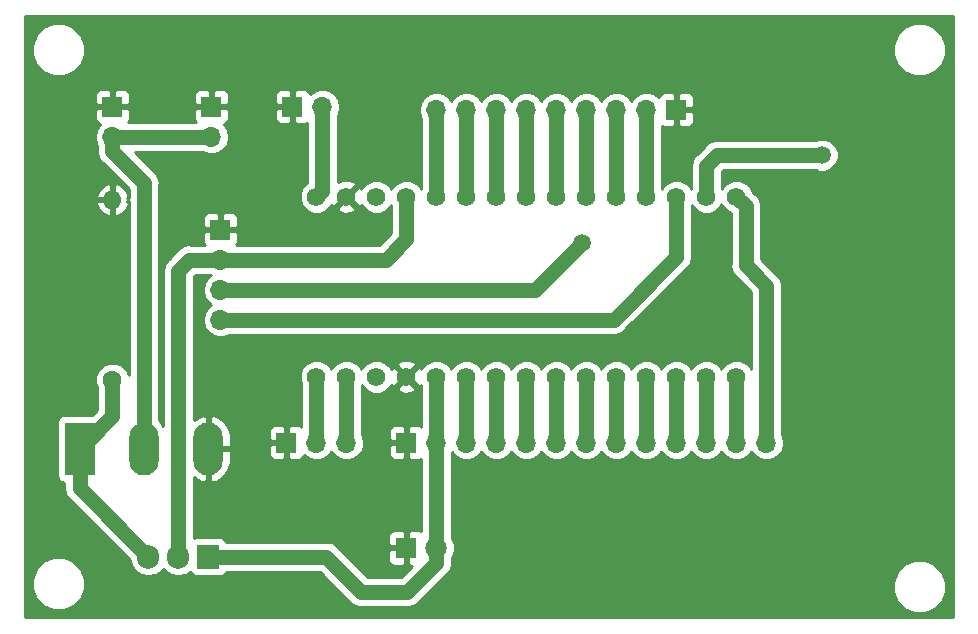
<source format=gbr>
G04 #@! TF.GenerationSoftware,KiCad,Pcbnew,5.0.0-fee4fd1~66~ubuntu18.04.1*
G04 #@! TF.CreationDate,2018-09-19T00:34:01+01:00*
G04 #@! TF.ProjectId,ArduBoard,41726475426F6172642E6B696361645F,rev?*
G04 #@! TF.SameCoordinates,Original*
G04 #@! TF.FileFunction,Copper,L2,Bot,Signal*
G04 #@! TF.FilePolarity,Positive*
%FSLAX46Y46*%
G04 Gerber Fmt 4.6, Leading zero omitted, Abs format (unit mm)*
G04 Created by KiCad (PCBNEW 5.0.0-fee4fd1~66~ubuntu18.04.1) date Wed Sep 19 00:34:01 2018*
%MOMM*%
%LPD*%
G01*
G04 APERTURE LIST*
G04 #@! TA.AperFunction,ComponentPad*
%ADD10C,1.574800*%
G04 #@! TD*
G04 #@! TA.AperFunction,ComponentPad*
%ADD11R,1.800000X1.800000*%
G04 #@! TD*
G04 #@! TA.AperFunction,ComponentPad*
%ADD12C,1.800000*%
G04 #@! TD*
G04 #@! TA.AperFunction,ComponentPad*
%ADD13R,1.700000X1.700000*%
G04 #@! TD*
G04 #@! TA.AperFunction,ComponentPad*
%ADD14O,1.700000X1.700000*%
G04 #@! TD*
G04 #@! TA.AperFunction,ComponentPad*
%ADD15R,1.905000X2.000000*%
G04 #@! TD*
G04 #@! TA.AperFunction,ComponentPad*
%ADD16O,1.905000X2.000000*%
G04 #@! TD*
G04 #@! TA.AperFunction,ComponentPad*
%ADD17R,2.500000X4.500000*%
G04 #@! TD*
G04 #@! TA.AperFunction,ComponentPad*
%ADD18O,2.500000X4.500000*%
G04 #@! TD*
G04 #@! TA.AperFunction,ComponentPad*
%ADD19C,1.600000*%
G04 #@! TD*
G04 #@! TA.AperFunction,ComponentPad*
%ADD20O,1.600000X1.600000*%
G04 #@! TD*
G04 #@! TA.AperFunction,ViaPad*
%ADD21C,1.500000*%
G04 #@! TD*
G04 #@! TA.AperFunction,Conductor*
%ADD22C,1.300000*%
G04 #@! TD*
G04 #@! TA.AperFunction,Conductor*
%ADD23C,0.254000*%
G04 #@! TD*
G04 APERTURE END LIST*
D10*
G04 #@! TO.P,A1,30*
G04 #@! TO.N,Net-(A1-Pad30)*
X129032000Y-84582000D03*
G04 #@! TO.P,A1,1*
G04 #@! TO.N,D1*
X129032000Y-99822000D03*
G04 #@! TO.P,A1,29*
G04 #@! TO.N,GND*
X131572000Y-84582000D03*
G04 #@! TO.P,A1,2*
G04 #@! TO.N,D0*
X131572000Y-99822000D03*
G04 #@! TO.P,A1,28*
G04 #@! TO.N,N/C*
X134112000Y-84582000D03*
G04 #@! TO.P,A1,3*
X134112000Y-99822000D03*
G04 #@! TO.P,A1,27*
G04 #@! TO.N,5V*
X136652000Y-84582000D03*
G04 #@! TO.P,A1,4*
G04 #@! TO.N,GND*
X136652000Y-99822000D03*
G04 #@! TO.P,A1,26*
G04 #@! TO.N,AD7*
X139192000Y-84582000D03*
G04 #@! TO.P,A1,5*
G04 #@! TO.N,D2*
X139192000Y-99822000D03*
G04 #@! TO.P,A1,25*
G04 #@! TO.N,AD6*
X141732000Y-84582000D03*
G04 #@! TO.P,A1,6*
G04 #@! TO.N,D3*
X141732000Y-99822000D03*
G04 #@! TO.P,A1,24*
G04 #@! TO.N,AD5*
X144272000Y-84582000D03*
G04 #@! TO.P,A1,7*
G04 #@! TO.N,D4*
X144272000Y-99822000D03*
G04 #@! TO.P,A1,23*
G04 #@! TO.N,AD4*
X146812000Y-84582000D03*
G04 #@! TO.P,A1,8*
G04 #@! TO.N,D5*
X146812000Y-99822000D03*
G04 #@! TO.P,A1,22*
G04 #@! TO.N,AD3*
X149352000Y-84582000D03*
G04 #@! TO.P,A1,9*
G04 #@! TO.N,D6*
X149352000Y-99822000D03*
G04 #@! TO.P,A1,21*
G04 #@! TO.N,AD2*
X151892000Y-84582000D03*
G04 #@! TO.P,A1,10*
G04 #@! TO.N,D7*
X151892000Y-99822000D03*
G04 #@! TO.P,A1,20*
G04 #@! TO.N,AD1*
X154432000Y-84582000D03*
G04 #@! TO.P,A1,11*
G04 #@! TO.N,D8*
X154432000Y-99822000D03*
G04 #@! TO.P,A1,19*
G04 #@! TO.N,AD0*
X156972000Y-84582000D03*
G04 #@! TO.P,A1,12*
G04 #@! TO.N,D9*
X156972000Y-99822000D03*
G04 #@! TO.P,A1,18*
G04 #@! TO.N,Net-(A1-Pad18)*
X159512000Y-84582000D03*
G04 #@! TO.P,A1,13*
G04 #@! TO.N,D10*
X159512000Y-99822000D03*
G04 #@! TO.P,A1,17*
G04 #@! TO.N,Net-(A1-Pad17)*
X162052000Y-84582000D03*
G04 #@! TO.P,A1,14*
G04 #@! TO.N,D11*
X162052000Y-99822000D03*
G04 #@! TO.P,A1,16*
G04 #@! TO.N,D13*
X164592000Y-84582000D03*
G04 #@! TO.P,A1,15*
G04 #@! TO.N,D12*
X164592000Y-99822000D03*
G04 #@! TD*
D11*
G04 #@! TO.P,D1,1*
G04 #@! TO.N,GND*
X136652000Y-114300000D03*
D12*
G04 #@! TO.P,D1,2*
G04 #@! TO.N,D2*
X139192000Y-114300000D03*
G04 #@! TD*
D13*
G04 #@! TO.P,J3,1*
G04 #@! TO.N,GND*
X127000000Y-76962000D03*
D14*
G04 #@! TO.P,J3,2*
G04 #@! TO.N,Net-(A1-Pad30)*
X129540000Y-76962000D03*
G04 #@! TD*
D13*
G04 #@! TO.P,J6,1*
G04 #@! TO.N,GND*
X111760000Y-76962000D03*
D14*
G04 #@! TO.P,J6,2*
G04 #@! TO.N,36V*
X111760000Y-79502000D03*
G04 #@! TD*
G04 #@! TO.P,J7,2*
G04 #@! TO.N,36V*
X120142000Y-79502000D03*
D13*
G04 #@! TO.P,J7,1*
G04 #@! TO.N,GND*
X120142000Y-76962000D03*
G04 #@! TD*
D15*
G04 #@! TO.P,Q1,1*
G04 #@! TO.N,D2*
X119888000Y-115062000D03*
D16*
G04 #@! TO.P,Q1,2*
G04 #@! TO.N,5V*
X117348000Y-115062000D03*
G04 #@! TO.P,Q1,3*
G04 #@! TO.N,CONTROL*
X114808000Y-115062000D03*
G04 #@! TD*
D17*
G04 #@! TO.P,Q2,1*
G04 #@! TO.N,CONTROL*
X108988000Y-105918000D03*
D18*
G04 #@! TO.P,Q2,2*
G04 #@! TO.N,36V*
X114438000Y-105918000D03*
G04 #@! TO.P,Q2,3*
G04 #@! TO.N,GND*
X119888000Y-105918000D03*
G04 #@! TD*
D19*
G04 #@! TO.P,R1,1*
G04 #@! TO.N,CONTROL*
X111760000Y-100076000D03*
D20*
G04 #@! TO.P,R1,2*
G04 #@! TO.N,GND*
X111760000Y-84836000D03*
G04 #@! TD*
D13*
G04 #@! TO.P,J1,1*
G04 #@! TO.N,GND*
X120904000Y-87376000D03*
D14*
G04 #@! TO.P,J1,2*
G04 #@! TO.N,5V*
X120904000Y-89916000D03*
G04 #@! TO.P,J1,3*
G04 #@! TO.N,Net-(A1-Pad17)*
X120904000Y-92456000D03*
G04 #@! TO.P,J1,4*
G04 #@! TO.N,Net-(A1-Pad18)*
X120904000Y-94996000D03*
G04 #@! TD*
D13*
G04 #@! TO.P,J2,1*
G04 #@! TO.N,GND*
X136652000Y-105410000D03*
D14*
G04 #@! TO.P,J2,2*
G04 #@! TO.N,D2*
X139192000Y-105410000D03*
G04 #@! TO.P,J2,3*
G04 #@! TO.N,D3*
X141732000Y-105410000D03*
G04 #@! TO.P,J2,4*
G04 #@! TO.N,D4*
X144272000Y-105410000D03*
G04 #@! TO.P,J2,5*
G04 #@! TO.N,D5*
X146812000Y-105410000D03*
G04 #@! TO.P,J2,6*
G04 #@! TO.N,D6*
X149352000Y-105410000D03*
G04 #@! TO.P,J2,7*
G04 #@! TO.N,D7*
X151892000Y-105410000D03*
G04 #@! TO.P,J2,8*
G04 #@! TO.N,D8*
X154432000Y-105410000D03*
G04 #@! TO.P,J2,9*
G04 #@! TO.N,D9*
X156972000Y-105410000D03*
G04 #@! TO.P,J2,10*
G04 #@! TO.N,D10*
X159512000Y-105410000D03*
G04 #@! TO.P,J2,11*
G04 #@! TO.N,D11*
X162052000Y-105410000D03*
G04 #@! TO.P,J2,12*
G04 #@! TO.N,D12*
X164592000Y-105410000D03*
G04 #@! TO.P,J2,13*
G04 #@! TO.N,D13*
X167132000Y-105410000D03*
G04 #@! TD*
D13*
G04 #@! TO.P,J4,1*
G04 #@! TO.N,GND*
X159512000Y-77216000D03*
D14*
G04 #@! TO.P,J4,2*
G04 #@! TO.N,AD0*
X156972000Y-77216000D03*
G04 #@! TO.P,J4,3*
G04 #@! TO.N,AD1*
X154432000Y-77216000D03*
G04 #@! TO.P,J4,4*
G04 #@! TO.N,AD2*
X151892000Y-77216000D03*
G04 #@! TO.P,J4,5*
G04 #@! TO.N,AD3*
X149352000Y-77216000D03*
G04 #@! TO.P,J4,6*
G04 #@! TO.N,AD4*
X146812000Y-77216000D03*
G04 #@! TO.P,J4,7*
G04 #@! TO.N,AD5*
X144272000Y-77216000D03*
G04 #@! TO.P,J4,8*
G04 #@! TO.N,AD6*
X141732000Y-77216000D03*
G04 #@! TO.P,J4,9*
G04 #@! TO.N,AD7*
X139192000Y-77216000D03*
G04 #@! TD*
D13*
G04 #@! TO.P,J5,1*
G04 #@! TO.N,GND*
X126492000Y-105410000D03*
D14*
G04 #@! TO.P,J5,2*
G04 #@! TO.N,D1*
X129032000Y-105410000D03*
G04 #@! TO.P,J5,3*
G04 #@! TO.N,D0*
X131572000Y-105410000D03*
G04 #@! TD*
D21*
G04 #@! TO.N,Net-(A1-Pad17)*
X151523700Y-88455500D03*
X171856400Y-81064100D03*
G04 #@! TD*
D22*
G04 #@! TO.N,Net-(A1-Pad17)*
X120904000Y-92456000D02*
X147523200Y-92456000D01*
X147523200Y-92456000D02*
X151523700Y-88455500D01*
X171856400Y-81064100D02*
X162966400Y-81064100D01*
X162052000Y-81978500D02*
X162052000Y-84582000D01*
X162966400Y-81064100D02*
X162052000Y-81978500D01*
G04 #@! TO.N,Net-(A1-Pad18)*
X120904000Y-94996000D02*
X154190700Y-94996000D01*
X159512000Y-89674700D02*
X159512000Y-84582000D01*
X154190700Y-94996000D02*
X159512000Y-89674700D01*
G04 #@! TO.N,D1*
X129032000Y-99822000D02*
X129032000Y-105410000D01*
G04 #@! TO.N,D0*
X131572000Y-105410000D02*
X131572000Y-99822000D01*
G04 #@! TO.N,D2*
X119888000Y-115062000D02*
X129844800Y-115062000D01*
X129844800Y-115062000D02*
X132829300Y-118046500D01*
X139192000Y-115572792D02*
X139192000Y-114300000D01*
X136718292Y-118046500D02*
X139192000Y-115572792D01*
X132829300Y-118046500D02*
X136718292Y-118046500D01*
X139192000Y-105410000D02*
X139192000Y-114300000D01*
X139192000Y-99822000D02*
X139192000Y-105410000D01*
G04 #@! TO.N,D3*
X141732000Y-105410000D02*
X141732000Y-99822000D01*
G04 #@! TO.N,D4*
X144272000Y-99822000D02*
X144272000Y-105410000D01*
G04 #@! TO.N,D5*
X146812000Y-105410000D02*
X146812000Y-99822000D01*
G04 #@! TO.N,D6*
X149352000Y-105410000D02*
X149352000Y-99822000D01*
G04 #@! TO.N,D7*
X151892000Y-99822000D02*
X151892000Y-105410000D01*
G04 #@! TO.N,D8*
X154432000Y-105410000D02*
X154432000Y-99822000D01*
G04 #@! TO.N,D9*
X156972000Y-99822000D02*
X156972000Y-105410000D01*
G04 #@! TO.N,D10*
X159512000Y-105410000D02*
X159512000Y-99822000D01*
G04 #@! TO.N,D11*
X162052000Y-105410000D02*
X162052000Y-99822000D01*
G04 #@! TO.N,D12*
X164592000Y-99822000D02*
X164592000Y-105410000D01*
G04 #@! TO.N,D13*
X165379399Y-85369399D02*
X165379399Y-90398599D01*
X164592000Y-84582000D02*
X165379399Y-85369399D01*
X167132000Y-92151200D02*
X167132000Y-105410000D01*
X165379399Y-90398599D02*
X167132000Y-92151200D01*
G04 #@! TO.N,AD0*
X156972000Y-84582000D02*
X156972000Y-77216000D01*
G04 #@! TO.N,AD1*
X154432000Y-77216000D02*
X154432000Y-84582000D01*
G04 #@! TO.N,AD2*
X151892000Y-84582000D02*
X151892000Y-77216000D01*
G04 #@! TO.N,AD3*
X149352000Y-77216000D02*
X149352000Y-84582000D01*
G04 #@! TO.N,AD4*
X146812000Y-84582000D02*
X146812000Y-77216000D01*
G04 #@! TO.N,AD5*
X144272000Y-77216000D02*
X144272000Y-84582000D01*
G04 #@! TO.N,AD6*
X141732000Y-84582000D02*
X141732000Y-77216000D01*
G04 #@! TO.N,AD7*
X139192000Y-77216000D02*
X139192000Y-84582000D01*
G04 #@! TO.N,Net-(A1-Pad30)*
X129540000Y-84074000D02*
X129032000Y-84582000D01*
X129540000Y-76962000D02*
X129540000Y-84074000D01*
G04 #@! TO.N,36V*
X111760000Y-79502000D02*
X120142000Y-79502000D01*
X114438000Y-83382081D02*
X114438000Y-102368000D01*
X114438000Y-102368000D02*
X114438000Y-105918000D01*
X111760000Y-80704081D02*
X114438000Y-83382081D01*
X111760000Y-79502000D02*
X111760000Y-80704081D01*
G04 #@! TO.N,5V*
X122106081Y-89916000D02*
X122118781Y-89903300D01*
X120904000Y-89916000D02*
X122106081Y-89916000D01*
X136652000Y-84582000D02*
X136652000Y-88163400D01*
X134899400Y-89916000D02*
X120904000Y-89916000D01*
X136652000Y-88163400D02*
X134899400Y-89916000D01*
X117348000Y-90830400D02*
X117348000Y-115062000D01*
X120904000Y-89916000D02*
X118262400Y-89916000D01*
X118262400Y-89916000D02*
X117348000Y-90830400D01*
G04 #@! TO.N,CONTROL*
X111760000Y-103146000D02*
X108988000Y-105918000D01*
X111760000Y-100076000D02*
X111760000Y-103146000D01*
X108988000Y-109242000D02*
X114808000Y-115062000D01*
X108988000Y-105918000D02*
X108988000Y-109242000D01*
G04 #@! TD*
D23*
G04 #@! TO.N,GND*
G36*
X182932000Y-120194000D02*
X104342000Y-120194000D01*
X104342000Y-116903431D01*
X104953000Y-116903431D01*
X104953000Y-117792569D01*
X105293259Y-118614026D01*
X105921974Y-119242741D01*
X106743431Y-119583000D01*
X107632569Y-119583000D01*
X108454026Y-119242741D01*
X109082741Y-118614026D01*
X109423000Y-117792569D01*
X109423000Y-116903431D01*
X109082741Y-116081974D01*
X108454026Y-115453259D01*
X107632569Y-115113000D01*
X106743431Y-115113000D01*
X105921974Y-115453259D01*
X105293259Y-116081974D01*
X104953000Y-116903431D01*
X104342000Y-116903431D01*
X104342000Y-103668000D01*
X107090560Y-103668000D01*
X107090560Y-108168000D01*
X107139843Y-108415765D01*
X107280191Y-108625809D01*
X107490235Y-108766157D01*
X107703001Y-108808478D01*
X107703001Y-109115437D01*
X107677826Y-109242000D01*
X107777557Y-109743381D01*
X107777558Y-109743382D01*
X108061568Y-110168433D01*
X108168858Y-110240122D01*
X113226935Y-115298200D01*
X113312609Y-115728910D01*
X113663477Y-116254023D01*
X114188589Y-116604891D01*
X114808000Y-116728100D01*
X115427410Y-116604891D01*
X115952523Y-116254023D01*
X116078000Y-116066233D01*
X116203477Y-116254023D01*
X116728589Y-116604891D01*
X117348000Y-116728100D01*
X117967410Y-116604891D01*
X118359491Y-116342912D01*
X118477691Y-116519809D01*
X118687735Y-116660157D01*
X118935500Y-116709440D01*
X120840500Y-116709440D01*
X121088265Y-116660157D01*
X121298309Y-116519809D01*
X121413777Y-116347000D01*
X129312536Y-116347000D01*
X131831176Y-118865640D01*
X131902867Y-118972933D01*
X132327918Y-119256943D01*
X132702742Y-119331500D01*
X132702746Y-119331500D01*
X132829299Y-119356673D01*
X132955852Y-119331500D01*
X136591734Y-119331500D01*
X136718292Y-119356674D01*
X136844850Y-119331500D01*
X137219674Y-119256943D01*
X137644725Y-118972933D01*
X137716416Y-118865640D01*
X139424625Y-117157431D01*
X177851000Y-117157431D01*
X177851000Y-118046569D01*
X178191259Y-118868026D01*
X178819974Y-119496741D01*
X179641431Y-119837000D01*
X180530569Y-119837000D01*
X181352026Y-119496741D01*
X181980741Y-118868026D01*
X182321000Y-118046569D01*
X182321000Y-117157431D01*
X181980741Y-116335974D01*
X181352026Y-115707259D01*
X180530569Y-115367000D01*
X179641431Y-115367000D01*
X178819974Y-115707259D01*
X178191259Y-116335974D01*
X177851000Y-117157431D01*
X139424625Y-117157431D01*
X140011141Y-116570915D01*
X140118433Y-116499225D01*
X140402443Y-116074174D01*
X140477000Y-115699350D01*
X140477000Y-115699346D01*
X140502173Y-115572793D01*
X140477000Y-115446240D01*
X140477000Y-115185817D01*
X140493310Y-115169507D01*
X140727000Y-114605330D01*
X140727000Y-113994670D01*
X140493310Y-113430493D01*
X140477000Y-113414183D01*
X140477000Y-106204688D01*
X140661375Y-106480625D01*
X141152582Y-106808839D01*
X141585744Y-106895000D01*
X141878256Y-106895000D01*
X142311418Y-106808839D01*
X142802625Y-106480625D01*
X143002000Y-106182239D01*
X143201375Y-106480625D01*
X143692582Y-106808839D01*
X144125744Y-106895000D01*
X144418256Y-106895000D01*
X144851418Y-106808839D01*
X145342625Y-106480625D01*
X145542000Y-106182239D01*
X145741375Y-106480625D01*
X146232582Y-106808839D01*
X146665744Y-106895000D01*
X146958256Y-106895000D01*
X147391418Y-106808839D01*
X147882625Y-106480625D01*
X148082000Y-106182239D01*
X148281375Y-106480625D01*
X148772582Y-106808839D01*
X149205744Y-106895000D01*
X149498256Y-106895000D01*
X149931418Y-106808839D01*
X150422625Y-106480625D01*
X150622000Y-106182239D01*
X150821375Y-106480625D01*
X151312582Y-106808839D01*
X151745744Y-106895000D01*
X152038256Y-106895000D01*
X152471418Y-106808839D01*
X152962625Y-106480625D01*
X153162000Y-106182239D01*
X153361375Y-106480625D01*
X153852582Y-106808839D01*
X154285744Y-106895000D01*
X154578256Y-106895000D01*
X155011418Y-106808839D01*
X155502625Y-106480625D01*
X155702000Y-106182239D01*
X155901375Y-106480625D01*
X156392582Y-106808839D01*
X156825744Y-106895000D01*
X157118256Y-106895000D01*
X157551418Y-106808839D01*
X158042625Y-106480625D01*
X158242000Y-106182239D01*
X158441375Y-106480625D01*
X158932582Y-106808839D01*
X159365744Y-106895000D01*
X159658256Y-106895000D01*
X160091418Y-106808839D01*
X160582625Y-106480625D01*
X160782000Y-106182239D01*
X160981375Y-106480625D01*
X161472582Y-106808839D01*
X161905744Y-106895000D01*
X162198256Y-106895000D01*
X162631418Y-106808839D01*
X163122625Y-106480625D01*
X163322000Y-106182239D01*
X163521375Y-106480625D01*
X164012582Y-106808839D01*
X164445744Y-106895000D01*
X164738256Y-106895000D01*
X165171418Y-106808839D01*
X165662625Y-106480625D01*
X165862000Y-106182239D01*
X166061375Y-106480625D01*
X166552582Y-106808839D01*
X166985744Y-106895000D01*
X167278256Y-106895000D01*
X167711418Y-106808839D01*
X168202625Y-106480625D01*
X168530839Y-105989418D01*
X168646092Y-105410000D01*
X168530839Y-104830582D01*
X168417000Y-104660210D01*
X168417000Y-92277756D01*
X168442174Y-92151199D01*
X168417000Y-92024642D01*
X168342443Y-91649818D01*
X168058433Y-91224767D01*
X167951144Y-91153079D01*
X166664399Y-89866335D01*
X166664399Y-85495951D01*
X166689572Y-85369398D01*
X166664399Y-85242845D01*
X166664399Y-85242841D01*
X166589842Y-84868017D01*
X166305832Y-84442966D01*
X166198537Y-84371274D01*
X165935253Y-84107989D01*
X165797852Y-83776275D01*
X165397725Y-83376148D01*
X164874933Y-83159600D01*
X164309067Y-83159600D01*
X163786275Y-83376148D01*
X163386148Y-83776275D01*
X163337000Y-83894929D01*
X163337000Y-82510764D01*
X163498665Y-82349100D01*
X171339484Y-82349100D01*
X171580906Y-82449100D01*
X172131894Y-82449100D01*
X172640940Y-82238247D01*
X173030547Y-81848640D01*
X173241400Y-81339594D01*
X173241400Y-80788606D01*
X173030547Y-80279560D01*
X172640940Y-79889953D01*
X172131894Y-79679100D01*
X171580906Y-79679100D01*
X171339484Y-79779100D01*
X163092958Y-79779100D01*
X162966400Y-79753926D01*
X162839842Y-79779100D01*
X162465018Y-79853657D01*
X162039967Y-80137667D01*
X161968278Y-80244957D01*
X161232859Y-80980377D01*
X161125567Y-81052067D01*
X160933448Y-81339594D01*
X160841557Y-81477119D01*
X160741826Y-81978500D01*
X160767000Y-82105059D01*
X160767001Y-83894929D01*
X160717852Y-83776275D01*
X160317725Y-83376148D01*
X159794933Y-83159600D01*
X159229067Y-83159600D01*
X158706275Y-83376148D01*
X158306148Y-83776275D01*
X158257000Y-83894929D01*
X158257000Y-78559026D01*
X158302301Y-78604327D01*
X158535690Y-78701000D01*
X159226250Y-78701000D01*
X159385000Y-78542250D01*
X159385000Y-77343000D01*
X159639000Y-77343000D01*
X159639000Y-78542250D01*
X159797750Y-78701000D01*
X160488310Y-78701000D01*
X160721699Y-78604327D01*
X160900327Y-78425698D01*
X160997000Y-78192309D01*
X160997000Y-77501750D01*
X160838250Y-77343000D01*
X159639000Y-77343000D01*
X159385000Y-77343000D01*
X159365000Y-77343000D01*
X159365000Y-77089000D01*
X159385000Y-77089000D01*
X159385000Y-75889750D01*
X159639000Y-75889750D01*
X159639000Y-77089000D01*
X160838250Y-77089000D01*
X160997000Y-76930250D01*
X160997000Y-76239691D01*
X160900327Y-76006302D01*
X160721699Y-75827673D01*
X160488310Y-75731000D01*
X159797750Y-75731000D01*
X159639000Y-75889750D01*
X159385000Y-75889750D01*
X159226250Y-75731000D01*
X158535690Y-75731000D01*
X158302301Y-75827673D01*
X158123673Y-76006302D01*
X158057096Y-76167033D01*
X158042625Y-76145375D01*
X157551418Y-75817161D01*
X157118256Y-75731000D01*
X156825744Y-75731000D01*
X156392582Y-75817161D01*
X155901375Y-76145375D01*
X155702000Y-76443761D01*
X155502625Y-76145375D01*
X155011418Y-75817161D01*
X154578256Y-75731000D01*
X154285744Y-75731000D01*
X153852582Y-75817161D01*
X153361375Y-76145375D01*
X153162000Y-76443761D01*
X152962625Y-76145375D01*
X152471418Y-75817161D01*
X152038256Y-75731000D01*
X151745744Y-75731000D01*
X151312582Y-75817161D01*
X150821375Y-76145375D01*
X150622000Y-76443761D01*
X150422625Y-76145375D01*
X149931418Y-75817161D01*
X149498256Y-75731000D01*
X149205744Y-75731000D01*
X148772582Y-75817161D01*
X148281375Y-76145375D01*
X148082000Y-76443761D01*
X147882625Y-76145375D01*
X147391418Y-75817161D01*
X146958256Y-75731000D01*
X146665744Y-75731000D01*
X146232582Y-75817161D01*
X145741375Y-76145375D01*
X145542000Y-76443761D01*
X145342625Y-76145375D01*
X144851418Y-75817161D01*
X144418256Y-75731000D01*
X144125744Y-75731000D01*
X143692582Y-75817161D01*
X143201375Y-76145375D01*
X143002000Y-76443761D01*
X142802625Y-76145375D01*
X142311418Y-75817161D01*
X141878256Y-75731000D01*
X141585744Y-75731000D01*
X141152582Y-75817161D01*
X140661375Y-76145375D01*
X140462000Y-76443761D01*
X140262625Y-76145375D01*
X139771418Y-75817161D01*
X139338256Y-75731000D01*
X139045744Y-75731000D01*
X138612582Y-75817161D01*
X138121375Y-76145375D01*
X137793161Y-76636582D01*
X137677908Y-77216000D01*
X137793161Y-77795418D01*
X137907000Y-77965790D01*
X137907001Y-83894929D01*
X137857852Y-83776275D01*
X137457725Y-83376148D01*
X136934933Y-83159600D01*
X136369067Y-83159600D01*
X135846275Y-83376148D01*
X135446148Y-83776275D01*
X135382000Y-83931142D01*
X135317852Y-83776275D01*
X134917725Y-83376148D01*
X134394933Y-83159600D01*
X133829067Y-83159600D01*
X133306275Y-83376148D01*
X132906148Y-83776275D01*
X132848509Y-83915429D01*
X132815432Y-83835575D01*
X132570617Y-83762989D01*
X131751605Y-84582000D01*
X132570617Y-85401011D01*
X132815432Y-85328425D01*
X132846127Y-85242821D01*
X132906148Y-85387725D01*
X133306275Y-85787852D01*
X133829067Y-86004400D01*
X134394933Y-86004400D01*
X134917725Y-85787852D01*
X135317852Y-85387725D01*
X135367000Y-85269071D01*
X135367001Y-87631135D01*
X134367136Y-88631000D01*
X122309187Y-88631000D01*
X122257339Y-88620687D01*
X122292327Y-88585699D01*
X122389000Y-88352310D01*
X122389000Y-87661750D01*
X122230250Y-87503000D01*
X121031000Y-87503000D01*
X121031000Y-87523000D01*
X120777000Y-87523000D01*
X120777000Y-87503000D01*
X119577750Y-87503000D01*
X119419000Y-87661750D01*
X119419000Y-88352310D01*
X119515673Y-88585699D01*
X119560974Y-88631000D01*
X118388958Y-88631000D01*
X118262400Y-88605826D01*
X117761018Y-88705557D01*
X117551766Y-88845375D01*
X117335967Y-88989567D01*
X117264278Y-89096857D01*
X116528859Y-89832277D01*
X116421567Y-89903967D01*
X116349878Y-90011258D01*
X116137557Y-90329019D01*
X116037826Y-90830400D01*
X116063000Y-90956958D01*
X116063001Y-103957076D01*
X115797009Y-103558991D01*
X115723000Y-103509540D01*
X115723000Y-86399690D01*
X119419000Y-86399690D01*
X119419000Y-87090250D01*
X119577750Y-87249000D01*
X120777000Y-87249000D01*
X120777000Y-86049750D01*
X121031000Y-86049750D01*
X121031000Y-87249000D01*
X122230250Y-87249000D01*
X122389000Y-87090250D01*
X122389000Y-86399690D01*
X122292327Y-86166301D01*
X122113698Y-85987673D01*
X121880309Y-85891000D01*
X121189750Y-85891000D01*
X121031000Y-86049750D01*
X120777000Y-86049750D01*
X120618250Y-85891000D01*
X119927691Y-85891000D01*
X119694302Y-85987673D01*
X119515673Y-86166301D01*
X119419000Y-86399690D01*
X115723000Y-86399690D01*
X115723000Y-83508639D01*
X115748174Y-83382081D01*
X115648443Y-82880699D01*
X115436122Y-82562938D01*
X115364433Y-82455648D01*
X115257144Y-82383960D01*
X113660183Y-80787000D01*
X119392210Y-80787000D01*
X119562582Y-80900839D01*
X119995744Y-80987000D01*
X120288256Y-80987000D01*
X120721418Y-80900839D01*
X121212625Y-80572625D01*
X121540839Y-80081418D01*
X121656092Y-79502000D01*
X121540839Y-78922582D01*
X121212625Y-78431375D01*
X121190967Y-78416904D01*
X121351698Y-78350327D01*
X121530327Y-78171699D01*
X121627000Y-77938310D01*
X121627000Y-77247750D01*
X125515000Y-77247750D01*
X125515000Y-77938309D01*
X125611673Y-78171698D01*
X125790301Y-78350327D01*
X126023690Y-78447000D01*
X126714250Y-78447000D01*
X126873000Y-78288250D01*
X126873000Y-77089000D01*
X125673750Y-77089000D01*
X125515000Y-77247750D01*
X121627000Y-77247750D01*
X121468250Y-77089000D01*
X120269000Y-77089000D01*
X120269000Y-77109000D01*
X120015000Y-77109000D01*
X120015000Y-77089000D01*
X118815750Y-77089000D01*
X118657000Y-77247750D01*
X118657000Y-77938310D01*
X118753673Y-78171699D01*
X118798974Y-78217000D01*
X113103026Y-78217000D01*
X113148327Y-78171699D01*
X113245000Y-77938310D01*
X113245000Y-77247750D01*
X113086250Y-77089000D01*
X111887000Y-77089000D01*
X111887000Y-77109000D01*
X111633000Y-77109000D01*
X111633000Y-77089000D01*
X110433750Y-77089000D01*
X110275000Y-77247750D01*
X110275000Y-77938310D01*
X110371673Y-78171699D01*
X110550302Y-78350327D01*
X110711033Y-78416904D01*
X110689375Y-78431375D01*
X110361161Y-78922582D01*
X110245908Y-79502000D01*
X110361161Y-80081418D01*
X110475000Y-80251790D01*
X110475000Y-80577523D01*
X110449826Y-80704081D01*
X110475000Y-80830639D01*
X110549557Y-81205463D01*
X110833568Y-81630514D01*
X110940857Y-81702203D01*
X113153000Y-83914346D01*
X113153000Y-84708998D01*
X113030630Y-84708998D01*
X113151914Y-84486959D01*
X112912389Y-83980866D01*
X112497423Y-83604959D01*
X112109039Y-83444096D01*
X111887000Y-83566085D01*
X111887000Y-84709000D01*
X111907000Y-84709000D01*
X111907000Y-84963000D01*
X111887000Y-84963000D01*
X111887000Y-86105915D01*
X112109039Y-86227904D01*
X112497423Y-86067041D01*
X112912389Y-85691134D01*
X113151914Y-85185041D01*
X113030630Y-84963002D01*
X113153000Y-84963002D01*
X113153001Y-99689166D01*
X112976534Y-99263138D01*
X112572862Y-98859466D01*
X112045439Y-98641000D01*
X111474561Y-98641000D01*
X110947138Y-98859466D01*
X110543466Y-99263138D01*
X110325000Y-99790561D01*
X110325000Y-100361439D01*
X110475000Y-100723571D01*
X110475001Y-102613734D01*
X110068175Y-103020560D01*
X107738000Y-103020560D01*
X107490235Y-103069843D01*
X107280191Y-103210191D01*
X107139843Y-103420235D01*
X107090560Y-103668000D01*
X104342000Y-103668000D01*
X104342000Y-85185041D01*
X110368086Y-85185041D01*
X110607611Y-85691134D01*
X111022577Y-86067041D01*
X111410961Y-86227904D01*
X111633000Y-86105915D01*
X111633000Y-84963000D01*
X110489371Y-84963000D01*
X110368086Y-85185041D01*
X104342000Y-85185041D01*
X104342000Y-84486959D01*
X110368086Y-84486959D01*
X110489371Y-84709000D01*
X111633000Y-84709000D01*
X111633000Y-83566085D01*
X111410961Y-83444096D01*
X111022577Y-83604959D01*
X110607611Y-83980866D01*
X110368086Y-84486959D01*
X104342000Y-84486959D01*
X104342000Y-75985690D01*
X110275000Y-75985690D01*
X110275000Y-76676250D01*
X110433750Y-76835000D01*
X111633000Y-76835000D01*
X111633000Y-75635750D01*
X111887000Y-75635750D01*
X111887000Y-76835000D01*
X113086250Y-76835000D01*
X113245000Y-76676250D01*
X113245000Y-75985690D01*
X118657000Y-75985690D01*
X118657000Y-76676250D01*
X118815750Y-76835000D01*
X120015000Y-76835000D01*
X120015000Y-75635750D01*
X120269000Y-75635750D01*
X120269000Y-76835000D01*
X121468250Y-76835000D01*
X121627000Y-76676250D01*
X121627000Y-75985691D01*
X125515000Y-75985691D01*
X125515000Y-76676250D01*
X125673750Y-76835000D01*
X126873000Y-76835000D01*
X126873000Y-75635750D01*
X127127000Y-75635750D01*
X127127000Y-76835000D01*
X127147000Y-76835000D01*
X127147000Y-77089000D01*
X127127000Y-77089000D01*
X127127000Y-78288250D01*
X127285750Y-78447000D01*
X127976310Y-78447000D01*
X128209699Y-78350327D01*
X128255000Y-78305026D01*
X128255001Y-83364249D01*
X128226275Y-83376148D01*
X127826148Y-83776275D01*
X127609600Y-84299067D01*
X127609600Y-84864933D01*
X127826148Y-85387725D01*
X128226275Y-85787852D01*
X128749067Y-86004400D01*
X129314933Y-86004400D01*
X129837725Y-85787852D01*
X130044960Y-85580617D01*
X130752989Y-85580617D01*
X130825575Y-85825432D01*
X131358235Y-86016426D01*
X131923438Y-85989041D01*
X132318425Y-85825432D01*
X132391011Y-85580617D01*
X131572000Y-84761605D01*
X130752989Y-85580617D01*
X130044960Y-85580617D01*
X130237852Y-85387725D01*
X130295491Y-85248571D01*
X130328568Y-85328425D01*
X130573383Y-85401011D01*
X131392395Y-84582000D01*
X131378253Y-84567858D01*
X131557858Y-84388252D01*
X131572000Y-84402395D01*
X132391011Y-83583383D01*
X132318425Y-83338568D01*
X131785765Y-83147574D01*
X131220562Y-83174959D01*
X130825575Y-83338568D01*
X130825000Y-83340507D01*
X130825000Y-77711790D01*
X130938839Y-77541418D01*
X131054092Y-76962000D01*
X130938839Y-76382582D01*
X130610625Y-75891375D01*
X130119418Y-75563161D01*
X129686256Y-75477000D01*
X129393744Y-75477000D01*
X128960582Y-75563161D01*
X128469375Y-75891375D01*
X128454904Y-75913033D01*
X128388327Y-75752302D01*
X128209699Y-75573673D01*
X127976310Y-75477000D01*
X127285750Y-75477000D01*
X127127000Y-75635750D01*
X126873000Y-75635750D01*
X126714250Y-75477000D01*
X126023690Y-75477000D01*
X125790301Y-75573673D01*
X125611673Y-75752302D01*
X125515000Y-75985691D01*
X121627000Y-75985691D01*
X121627000Y-75985690D01*
X121530327Y-75752301D01*
X121351698Y-75573673D01*
X121118309Y-75477000D01*
X120427750Y-75477000D01*
X120269000Y-75635750D01*
X120015000Y-75635750D01*
X119856250Y-75477000D01*
X119165691Y-75477000D01*
X118932302Y-75573673D01*
X118753673Y-75752301D01*
X118657000Y-75985690D01*
X113245000Y-75985690D01*
X113148327Y-75752301D01*
X112969698Y-75573673D01*
X112736309Y-75477000D01*
X112045750Y-75477000D01*
X111887000Y-75635750D01*
X111633000Y-75635750D01*
X111474250Y-75477000D01*
X110783691Y-75477000D01*
X110550302Y-75573673D01*
X110371673Y-75752301D01*
X110275000Y-75985690D01*
X104342000Y-75985690D01*
X104342000Y-71691431D01*
X104953000Y-71691431D01*
X104953000Y-72580569D01*
X105293259Y-73402026D01*
X105921974Y-74030741D01*
X106743431Y-74371000D01*
X107632569Y-74371000D01*
X108454026Y-74030741D01*
X109082741Y-73402026D01*
X109423000Y-72580569D01*
X109423000Y-71691431D01*
X177851000Y-71691431D01*
X177851000Y-72580569D01*
X178191259Y-73402026D01*
X178819974Y-74030741D01*
X179641431Y-74371000D01*
X180530569Y-74371000D01*
X181352026Y-74030741D01*
X181980741Y-73402026D01*
X182321000Y-72580569D01*
X182321000Y-71691431D01*
X181980741Y-70869974D01*
X181352026Y-70241259D01*
X180530569Y-69901000D01*
X179641431Y-69901000D01*
X178819974Y-70241259D01*
X178191259Y-70869974D01*
X177851000Y-71691431D01*
X109423000Y-71691431D01*
X109082741Y-70869974D01*
X108454026Y-70241259D01*
X107632569Y-69901000D01*
X106743431Y-69901000D01*
X105921974Y-70241259D01*
X105293259Y-70869974D01*
X104953000Y-71691431D01*
X104342000Y-71691431D01*
X104342000Y-69290000D01*
X182932001Y-69290000D01*
X182932000Y-120194000D01*
X182932000Y-120194000D01*
G37*
X182932000Y-120194000D02*
X104342000Y-120194000D01*
X104342000Y-116903431D01*
X104953000Y-116903431D01*
X104953000Y-117792569D01*
X105293259Y-118614026D01*
X105921974Y-119242741D01*
X106743431Y-119583000D01*
X107632569Y-119583000D01*
X108454026Y-119242741D01*
X109082741Y-118614026D01*
X109423000Y-117792569D01*
X109423000Y-116903431D01*
X109082741Y-116081974D01*
X108454026Y-115453259D01*
X107632569Y-115113000D01*
X106743431Y-115113000D01*
X105921974Y-115453259D01*
X105293259Y-116081974D01*
X104953000Y-116903431D01*
X104342000Y-116903431D01*
X104342000Y-103668000D01*
X107090560Y-103668000D01*
X107090560Y-108168000D01*
X107139843Y-108415765D01*
X107280191Y-108625809D01*
X107490235Y-108766157D01*
X107703001Y-108808478D01*
X107703001Y-109115437D01*
X107677826Y-109242000D01*
X107777557Y-109743381D01*
X107777558Y-109743382D01*
X108061568Y-110168433D01*
X108168858Y-110240122D01*
X113226935Y-115298200D01*
X113312609Y-115728910D01*
X113663477Y-116254023D01*
X114188589Y-116604891D01*
X114808000Y-116728100D01*
X115427410Y-116604891D01*
X115952523Y-116254023D01*
X116078000Y-116066233D01*
X116203477Y-116254023D01*
X116728589Y-116604891D01*
X117348000Y-116728100D01*
X117967410Y-116604891D01*
X118359491Y-116342912D01*
X118477691Y-116519809D01*
X118687735Y-116660157D01*
X118935500Y-116709440D01*
X120840500Y-116709440D01*
X121088265Y-116660157D01*
X121298309Y-116519809D01*
X121413777Y-116347000D01*
X129312536Y-116347000D01*
X131831176Y-118865640D01*
X131902867Y-118972933D01*
X132327918Y-119256943D01*
X132702742Y-119331500D01*
X132702746Y-119331500D01*
X132829299Y-119356673D01*
X132955852Y-119331500D01*
X136591734Y-119331500D01*
X136718292Y-119356674D01*
X136844850Y-119331500D01*
X137219674Y-119256943D01*
X137644725Y-118972933D01*
X137716416Y-118865640D01*
X139424625Y-117157431D01*
X177851000Y-117157431D01*
X177851000Y-118046569D01*
X178191259Y-118868026D01*
X178819974Y-119496741D01*
X179641431Y-119837000D01*
X180530569Y-119837000D01*
X181352026Y-119496741D01*
X181980741Y-118868026D01*
X182321000Y-118046569D01*
X182321000Y-117157431D01*
X181980741Y-116335974D01*
X181352026Y-115707259D01*
X180530569Y-115367000D01*
X179641431Y-115367000D01*
X178819974Y-115707259D01*
X178191259Y-116335974D01*
X177851000Y-117157431D01*
X139424625Y-117157431D01*
X140011141Y-116570915D01*
X140118433Y-116499225D01*
X140402443Y-116074174D01*
X140477000Y-115699350D01*
X140477000Y-115699346D01*
X140502173Y-115572793D01*
X140477000Y-115446240D01*
X140477000Y-115185817D01*
X140493310Y-115169507D01*
X140727000Y-114605330D01*
X140727000Y-113994670D01*
X140493310Y-113430493D01*
X140477000Y-113414183D01*
X140477000Y-106204688D01*
X140661375Y-106480625D01*
X141152582Y-106808839D01*
X141585744Y-106895000D01*
X141878256Y-106895000D01*
X142311418Y-106808839D01*
X142802625Y-106480625D01*
X143002000Y-106182239D01*
X143201375Y-106480625D01*
X143692582Y-106808839D01*
X144125744Y-106895000D01*
X144418256Y-106895000D01*
X144851418Y-106808839D01*
X145342625Y-106480625D01*
X145542000Y-106182239D01*
X145741375Y-106480625D01*
X146232582Y-106808839D01*
X146665744Y-106895000D01*
X146958256Y-106895000D01*
X147391418Y-106808839D01*
X147882625Y-106480625D01*
X148082000Y-106182239D01*
X148281375Y-106480625D01*
X148772582Y-106808839D01*
X149205744Y-106895000D01*
X149498256Y-106895000D01*
X149931418Y-106808839D01*
X150422625Y-106480625D01*
X150622000Y-106182239D01*
X150821375Y-106480625D01*
X151312582Y-106808839D01*
X151745744Y-106895000D01*
X152038256Y-106895000D01*
X152471418Y-106808839D01*
X152962625Y-106480625D01*
X153162000Y-106182239D01*
X153361375Y-106480625D01*
X153852582Y-106808839D01*
X154285744Y-106895000D01*
X154578256Y-106895000D01*
X155011418Y-106808839D01*
X155502625Y-106480625D01*
X155702000Y-106182239D01*
X155901375Y-106480625D01*
X156392582Y-106808839D01*
X156825744Y-106895000D01*
X157118256Y-106895000D01*
X157551418Y-106808839D01*
X158042625Y-106480625D01*
X158242000Y-106182239D01*
X158441375Y-106480625D01*
X158932582Y-106808839D01*
X159365744Y-106895000D01*
X159658256Y-106895000D01*
X160091418Y-106808839D01*
X160582625Y-106480625D01*
X160782000Y-106182239D01*
X160981375Y-106480625D01*
X161472582Y-106808839D01*
X161905744Y-106895000D01*
X162198256Y-106895000D01*
X162631418Y-106808839D01*
X163122625Y-106480625D01*
X163322000Y-106182239D01*
X163521375Y-106480625D01*
X164012582Y-106808839D01*
X164445744Y-106895000D01*
X164738256Y-106895000D01*
X165171418Y-106808839D01*
X165662625Y-106480625D01*
X165862000Y-106182239D01*
X166061375Y-106480625D01*
X166552582Y-106808839D01*
X166985744Y-106895000D01*
X167278256Y-106895000D01*
X167711418Y-106808839D01*
X168202625Y-106480625D01*
X168530839Y-105989418D01*
X168646092Y-105410000D01*
X168530839Y-104830582D01*
X168417000Y-104660210D01*
X168417000Y-92277756D01*
X168442174Y-92151199D01*
X168417000Y-92024642D01*
X168342443Y-91649818D01*
X168058433Y-91224767D01*
X167951144Y-91153079D01*
X166664399Y-89866335D01*
X166664399Y-85495951D01*
X166689572Y-85369398D01*
X166664399Y-85242845D01*
X166664399Y-85242841D01*
X166589842Y-84868017D01*
X166305832Y-84442966D01*
X166198537Y-84371274D01*
X165935253Y-84107989D01*
X165797852Y-83776275D01*
X165397725Y-83376148D01*
X164874933Y-83159600D01*
X164309067Y-83159600D01*
X163786275Y-83376148D01*
X163386148Y-83776275D01*
X163337000Y-83894929D01*
X163337000Y-82510764D01*
X163498665Y-82349100D01*
X171339484Y-82349100D01*
X171580906Y-82449100D01*
X172131894Y-82449100D01*
X172640940Y-82238247D01*
X173030547Y-81848640D01*
X173241400Y-81339594D01*
X173241400Y-80788606D01*
X173030547Y-80279560D01*
X172640940Y-79889953D01*
X172131894Y-79679100D01*
X171580906Y-79679100D01*
X171339484Y-79779100D01*
X163092958Y-79779100D01*
X162966400Y-79753926D01*
X162839842Y-79779100D01*
X162465018Y-79853657D01*
X162039967Y-80137667D01*
X161968278Y-80244957D01*
X161232859Y-80980377D01*
X161125567Y-81052067D01*
X160933448Y-81339594D01*
X160841557Y-81477119D01*
X160741826Y-81978500D01*
X160767000Y-82105059D01*
X160767001Y-83894929D01*
X160717852Y-83776275D01*
X160317725Y-83376148D01*
X159794933Y-83159600D01*
X159229067Y-83159600D01*
X158706275Y-83376148D01*
X158306148Y-83776275D01*
X158257000Y-83894929D01*
X158257000Y-78559026D01*
X158302301Y-78604327D01*
X158535690Y-78701000D01*
X159226250Y-78701000D01*
X159385000Y-78542250D01*
X159385000Y-77343000D01*
X159639000Y-77343000D01*
X159639000Y-78542250D01*
X159797750Y-78701000D01*
X160488310Y-78701000D01*
X160721699Y-78604327D01*
X160900327Y-78425698D01*
X160997000Y-78192309D01*
X160997000Y-77501750D01*
X160838250Y-77343000D01*
X159639000Y-77343000D01*
X159385000Y-77343000D01*
X159365000Y-77343000D01*
X159365000Y-77089000D01*
X159385000Y-77089000D01*
X159385000Y-75889750D01*
X159639000Y-75889750D01*
X159639000Y-77089000D01*
X160838250Y-77089000D01*
X160997000Y-76930250D01*
X160997000Y-76239691D01*
X160900327Y-76006302D01*
X160721699Y-75827673D01*
X160488310Y-75731000D01*
X159797750Y-75731000D01*
X159639000Y-75889750D01*
X159385000Y-75889750D01*
X159226250Y-75731000D01*
X158535690Y-75731000D01*
X158302301Y-75827673D01*
X158123673Y-76006302D01*
X158057096Y-76167033D01*
X158042625Y-76145375D01*
X157551418Y-75817161D01*
X157118256Y-75731000D01*
X156825744Y-75731000D01*
X156392582Y-75817161D01*
X155901375Y-76145375D01*
X155702000Y-76443761D01*
X155502625Y-76145375D01*
X155011418Y-75817161D01*
X154578256Y-75731000D01*
X154285744Y-75731000D01*
X153852582Y-75817161D01*
X153361375Y-76145375D01*
X153162000Y-76443761D01*
X152962625Y-76145375D01*
X152471418Y-75817161D01*
X152038256Y-75731000D01*
X151745744Y-75731000D01*
X151312582Y-75817161D01*
X150821375Y-76145375D01*
X150622000Y-76443761D01*
X150422625Y-76145375D01*
X149931418Y-75817161D01*
X149498256Y-75731000D01*
X149205744Y-75731000D01*
X148772582Y-75817161D01*
X148281375Y-76145375D01*
X148082000Y-76443761D01*
X147882625Y-76145375D01*
X147391418Y-75817161D01*
X146958256Y-75731000D01*
X146665744Y-75731000D01*
X146232582Y-75817161D01*
X145741375Y-76145375D01*
X145542000Y-76443761D01*
X145342625Y-76145375D01*
X144851418Y-75817161D01*
X144418256Y-75731000D01*
X144125744Y-75731000D01*
X143692582Y-75817161D01*
X143201375Y-76145375D01*
X143002000Y-76443761D01*
X142802625Y-76145375D01*
X142311418Y-75817161D01*
X141878256Y-75731000D01*
X141585744Y-75731000D01*
X141152582Y-75817161D01*
X140661375Y-76145375D01*
X140462000Y-76443761D01*
X140262625Y-76145375D01*
X139771418Y-75817161D01*
X139338256Y-75731000D01*
X139045744Y-75731000D01*
X138612582Y-75817161D01*
X138121375Y-76145375D01*
X137793161Y-76636582D01*
X137677908Y-77216000D01*
X137793161Y-77795418D01*
X137907000Y-77965790D01*
X137907001Y-83894929D01*
X137857852Y-83776275D01*
X137457725Y-83376148D01*
X136934933Y-83159600D01*
X136369067Y-83159600D01*
X135846275Y-83376148D01*
X135446148Y-83776275D01*
X135382000Y-83931142D01*
X135317852Y-83776275D01*
X134917725Y-83376148D01*
X134394933Y-83159600D01*
X133829067Y-83159600D01*
X133306275Y-83376148D01*
X132906148Y-83776275D01*
X132848509Y-83915429D01*
X132815432Y-83835575D01*
X132570617Y-83762989D01*
X131751605Y-84582000D01*
X132570617Y-85401011D01*
X132815432Y-85328425D01*
X132846127Y-85242821D01*
X132906148Y-85387725D01*
X133306275Y-85787852D01*
X133829067Y-86004400D01*
X134394933Y-86004400D01*
X134917725Y-85787852D01*
X135317852Y-85387725D01*
X135367000Y-85269071D01*
X135367001Y-87631135D01*
X134367136Y-88631000D01*
X122309187Y-88631000D01*
X122257339Y-88620687D01*
X122292327Y-88585699D01*
X122389000Y-88352310D01*
X122389000Y-87661750D01*
X122230250Y-87503000D01*
X121031000Y-87503000D01*
X121031000Y-87523000D01*
X120777000Y-87523000D01*
X120777000Y-87503000D01*
X119577750Y-87503000D01*
X119419000Y-87661750D01*
X119419000Y-88352310D01*
X119515673Y-88585699D01*
X119560974Y-88631000D01*
X118388958Y-88631000D01*
X118262400Y-88605826D01*
X117761018Y-88705557D01*
X117551766Y-88845375D01*
X117335967Y-88989567D01*
X117264278Y-89096857D01*
X116528859Y-89832277D01*
X116421567Y-89903967D01*
X116349878Y-90011258D01*
X116137557Y-90329019D01*
X116037826Y-90830400D01*
X116063000Y-90956958D01*
X116063001Y-103957076D01*
X115797009Y-103558991D01*
X115723000Y-103509540D01*
X115723000Y-86399690D01*
X119419000Y-86399690D01*
X119419000Y-87090250D01*
X119577750Y-87249000D01*
X120777000Y-87249000D01*
X120777000Y-86049750D01*
X121031000Y-86049750D01*
X121031000Y-87249000D01*
X122230250Y-87249000D01*
X122389000Y-87090250D01*
X122389000Y-86399690D01*
X122292327Y-86166301D01*
X122113698Y-85987673D01*
X121880309Y-85891000D01*
X121189750Y-85891000D01*
X121031000Y-86049750D01*
X120777000Y-86049750D01*
X120618250Y-85891000D01*
X119927691Y-85891000D01*
X119694302Y-85987673D01*
X119515673Y-86166301D01*
X119419000Y-86399690D01*
X115723000Y-86399690D01*
X115723000Y-83508639D01*
X115748174Y-83382081D01*
X115648443Y-82880699D01*
X115436122Y-82562938D01*
X115364433Y-82455648D01*
X115257144Y-82383960D01*
X113660183Y-80787000D01*
X119392210Y-80787000D01*
X119562582Y-80900839D01*
X119995744Y-80987000D01*
X120288256Y-80987000D01*
X120721418Y-80900839D01*
X121212625Y-80572625D01*
X121540839Y-80081418D01*
X121656092Y-79502000D01*
X121540839Y-78922582D01*
X121212625Y-78431375D01*
X121190967Y-78416904D01*
X121351698Y-78350327D01*
X121530327Y-78171699D01*
X121627000Y-77938310D01*
X121627000Y-77247750D01*
X125515000Y-77247750D01*
X125515000Y-77938309D01*
X125611673Y-78171698D01*
X125790301Y-78350327D01*
X126023690Y-78447000D01*
X126714250Y-78447000D01*
X126873000Y-78288250D01*
X126873000Y-77089000D01*
X125673750Y-77089000D01*
X125515000Y-77247750D01*
X121627000Y-77247750D01*
X121468250Y-77089000D01*
X120269000Y-77089000D01*
X120269000Y-77109000D01*
X120015000Y-77109000D01*
X120015000Y-77089000D01*
X118815750Y-77089000D01*
X118657000Y-77247750D01*
X118657000Y-77938310D01*
X118753673Y-78171699D01*
X118798974Y-78217000D01*
X113103026Y-78217000D01*
X113148327Y-78171699D01*
X113245000Y-77938310D01*
X113245000Y-77247750D01*
X113086250Y-77089000D01*
X111887000Y-77089000D01*
X111887000Y-77109000D01*
X111633000Y-77109000D01*
X111633000Y-77089000D01*
X110433750Y-77089000D01*
X110275000Y-77247750D01*
X110275000Y-77938310D01*
X110371673Y-78171699D01*
X110550302Y-78350327D01*
X110711033Y-78416904D01*
X110689375Y-78431375D01*
X110361161Y-78922582D01*
X110245908Y-79502000D01*
X110361161Y-80081418D01*
X110475000Y-80251790D01*
X110475000Y-80577523D01*
X110449826Y-80704081D01*
X110475000Y-80830639D01*
X110549557Y-81205463D01*
X110833568Y-81630514D01*
X110940857Y-81702203D01*
X113153000Y-83914346D01*
X113153000Y-84708998D01*
X113030630Y-84708998D01*
X113151914Y-84486959D01*
X112912389Y-83980866D01*
X112497423Y-83604959D01*
X112109039Y-83444096D01*
X111887000Y-83566085D01*
X111887000Y-84709000D01*
X111907000Y-84709000D01*
X111907000Y-84963000D01*
X111887000Y-84963000D01*
X111887000Y-86105915D01*
X112109039Y-86227904D01*
X112497423Y-86067041D01*
X112912389Y-85691134D01*
X113151914Y-85185041D01*
X113030630Y-84963002D01*
X113153000Y-84963002D01*
X113153001Y-99689166D01*
X112976534Y-99263138D01*
X112572862Y-98859466D01*
X112045439Y-98641000D01*
X111474561Y-98641000D01*
X110947138Y-98859466D01*
X110543466Y-99263138D01*
X110325000Y-99790561D01*
X110325000Y-100361439D01*
X110475000Y-100723571D01*
X110475001Y-102613734D01*
X110068175Y-103020560D01*
X107738000Y-103020560D01*
X107490235Y-103069843D01*
X107280191Y-103210191D01*
X107139843Y-103420235D01*
X107090560Y-103668000D01*
X104342000Y-103668000D01*
X104342000Y-85185041D01*
X110368086Y-85185041D01*
X110607611Y-85691134D01*
X111022577Y-86067041D01*
X111410961Y-86227904D01*
X111633000Y-86105915D01*
X111633000Y-84963000D01*
X110489371Y-84963000D01*
X110368086Y-85185041D01*
X104342000Y-85185041D01*
X104342000Y-84486959D01*
X110368086Y-84486959D01*
X110489371Y-84709000D01*
X111633000Y-84709000D01*
X111633000Y-83566085D01*
X111410961Y-83444096D01*
X111022577Y-83604959D01*
X110607611Y-83980866D01*
X110368086Y-84486959D01*
X104342000Y-84486959D01*
X104342000Y-75985690D01*
X110275000Y-75985690D01*
X110275000Y-76676250D01*
X110433750Y-76835000D01*
X111633000Y-76835000D01*
X111633000Y-75635750D01*
X111887000Y-75635750D01*
X111887000Y-76835000D01*
X113086250Y-76835000D01*
X113245000Y-76676250D01*
X113245000Y-75985690D01*
X118657000Y-75985690D01*
X118657000Y-76676250D01*
X118815750Y-76835000D01*
X120015000Y-76835000D01*
X120015000Y-75635750D01*
X120269000Y-75635750D01*
X120269000Y-76835000D01*
X121468250Y-76835000D01*
X121627000Y-76676250D01*
X121627000Y-75985691D01*
X125515000Y-75985691D01*
X125515000Y-76676250D01*
X125673750Y-76835000D01*
X126873000Y-76835000D01*
X126873000Y-75635750D01*
X127127000Y-75635750D01*
X127127000Y-76835000D01*
X127147000Y-76835000D01*
X127147000Y-77089000D01*
X127127000Y-77089000D01*
X127127000Y-78288250D01*
X127285750Y-78447000D01*
X127976310Y-78447000D01*
X128209699Y-78350327D01*
X128255000Y-78305026D01*
X128255001Y-83364249D01*
X128226275Y-83376148D01*
X127826148Y-83776275D01*
X127609600Y-84299067D01*
X127609600Y-84864933D01*
X127826148Y-85387725D01*
X128226275Y-85787852D01*
X128749067Y-86004400D01*
X129314933Y-86004400D01*
X129837725Y-85787852D01*
X130044960Y-85580617D01*
X130752989Y-85580617D01*
X130825575Y-85825432D01*
X131358235Y-86016426D01*
X131923438Y-85989041D01*
X132318425Y-85825432D01*
X132391011Y-85580617D01*
X131572000Y-84761605D01*
X130752989Y-85580617D01*
X130044960Y-85580617D01*
X130237852Y-85387725D01*
X130295491Y-85248571D01*
X130328568Y-85328425D01*
X130573383Y-85401011D01*
X131392395Y-84582000D01*
X131378253Y-84567858D01*
X131557858Y-84388252D01*
X131572000Y-84402395D01*
X132391011Y-83583383D01*
X132318425Y-83338568D01*
X131785765Y-83147574D01*
X131220562Y-83174959D01*
X130825575Y-83338568D01*
X130825000Y-83340507D01*
X130825000Y-77711790D01*
X130938839Y-77541418D01*
X131054092Y-76962000D01*
X130938839Y-76382582D01*
X130610625Y-75891375D01*
X130119418Y-75563161D01*
X129686256Y-75477000D01*
X129393744Y-75477000D01*
X128960582Y-75563161D01*
X128469375Y-75891375D01*
X128454904Y-75913033D01*
X128388327Y-75752302D01*
X128209699Y-75573673D01*
X127976310Y-75477000D01*
X127285750Y-75477000D01*
X127127000Y-75635750D01*
X126873000Y-75635750D01*
X126714250Y-75477000D01*
X126023690Y-75477000D01*
X125790301Y-75573673D01*
X125611673Y-75752302D01*
X125515000Y-75985691D01*
X121627000Y-75985691D01*
X121627000Y-75985690D01*
X121530327Y-75752301D01*
X121351698Y-75573673D01*
X121118309Y-75477000D01*
X120427750Y-75477000D01*
X120269000Y-75635750D01*
X120015000Y-75635750D01*
X119856250Y-75477000D01*
X119165691Y-75477000D01*
X118932302Y-75573673D01*
X118753673Y-75752301D01*
X118657000Y-75985690D01*
X113245000Y-75985690D01*
X113148327Y-75752301D01*
X112969698Y-75573673D01*
X112736309Y-75477000D01*
X112045750Y-75477000D01*
X111887000Y-75635750D01*
X111633000Y-75635750D01*
X111474250Y-75477000D01*
X110783691Y-75477000D01*
X110550302Y-75573673D01*
X110371673Y-75752301D01*
X110275000Y-75985690D01*
X104342000Y-75985690D01*
X104342000Y-71691431D01*
X104953000Y-71691431D01*
X104953000Y-72580569D01*
X105293259Y-73402026D01*
X105921974Y-74030741D01*
X106743431Y-74371000D01*
X107632569Y-74371000D01*
X108454026Y-74030741D01*
X109082741Y-73402026D01*
X109423000Y-72580569D01*
X109423000Y-71691431D01*
X177851000Y-71691431D01*
X177851000Y-72580569D01*
X178191259Y-73402026D01*
X178819974Y-74030741D01*
X179641431Y-74371000D01*
X180530569Y-74371000D01*
X181352026Y-74030741D01*
X181980741Y-73402026D01*
X182321000Y-72580569D01*
X182321000Y-71691431D01*
X181980741Y-70869974D01*
X181352026Y-70241259D01*
X180530569Y-69901000D01*
X179641431Y-69901000D01*
X178819974Y-70241259D01*
X178191259Y-70869974D01*
X177851000Y-71691431D01*
X109423000Y-71691431D01*
X109082741Y-70869974D01*
X108454026Y-70241259D01*
X107632569Y-69901000D01*
X106743431Y-69901000D01*
X105921974Y-70241259D01*
X105293259Y-70869974D01*
X104953000Y-71691431D01*
X104342000Y-71691431D01*
X104342000Y-69290000D01*
X182932001Y-69290000D01*
X182932000Y-120194000D01*
G36*
X163386148Y-85387725D02*
X163786275Y-85787852D01*
X164094399Y-85915481D01*
X164094400Y-90272036D01*
X164069225Y-90398599D01*
X164168956Y-90899980D01*
X164226851Y-90986625D01*
X164452967Y-91325032D01*
X164560256Y-91396720D01*
X165847000Y-92683465D01*
X165847001Y-99134930D01*
X165797852Y-99016275D01*
X165397725Y-98616148D01*
X164874933Y-98399600D01*
X164309067Y-98399600D01*
X163786275Y-98616148D01*
X163386148Y-99016275D01*
X163322000Y-99171142D01*
X163257852Y-99016275D01*
X162857725Y-98616148D01*
X162334933Y-98399600D01*
X161769067Y-98399600D01*
X161246275Y-98616148D01*
X160846148Y-99016275D01*
X160782000Y-99171142D01*
X160717852Y-99016275D01*
X160317725Y-98616148D01*
X159794933Y-98399600D01*
X159229067Y-98399600D01*
X158706275Y-98616148D01*
X158306148Y-99016275D01*
X158242000Y-99171142D01*
X158177852Y-99016275D01*
X157777725Y-98616148D01*
X157254933Y-98399600D01*
X156689067Y-98399600D01*
X156166275Y-98616148D01*
X155766148Y-99016275D01*
X155702000Y-99171142D01*
X155637852Y-99016275D01*
X155237725Y-98616148D01*
X154714933Y-98399600D01*
X154149067Y-98399600D01*
X153626275Y-98616148D01*
X153226148Y-99016275D01*
X153162000Y-99171142D01*
X153097852Y-99016275D01*
X152697725Y-98616148D01*
X152174933Y-98399600D01*
X151609067Y-98399600D01*
X151086275Y-98616148D01*
X150686148Y-99016275D01*
X150622000Y-99171142D01*
X150557852Y-99016275D01*
X150157725Y-98616148D01*
X149634933Y-98399600D01*
X149069067Y-98399600D01*
X148546275Y-98616148D01*
X148146148Y-99016275D01*
X148082000Y-99171142D01*
X148017852Y-99016275D01*
X147617725Y-98616148D01*
X147094933Y-98399600D01*
X146529067Y-98399600D01*
X146006275Y-98616148D01*
X145606148Y-99016275D01*
X145542000Y-99171142D01*
X145477852Y-99016275D01*
X145077725Y-98616148D01*
X144554933Y-98399600D01*
X143989067Y-98399600D01*
X143466275Y-98616148D01*
X143066148Y-99016275D01*
X143002000Y-99171142D01*
X142937852Y-99016275D01*
X142537725Y-98616148D01*
X142014933Y-98399600D01*
X141449067Y-98399600D01*
X140926275Y-98616148D01*
X140526148Y-99016275D01*
X140462000Y-99171142D01*
X140397852Y-99016275D01*
X139997725Y-98616148D01*
X139474933Y-98399600D01*
X138909067Y-98399600D01*
X138386275Y-98616148D01*
X137986148Y-99016275D01*
X137928509Y-99155429D01*
X137895432Y-99075575D01*
X137650617Y-99002989D01*
X136831605Y-99822000D01*
X137650617Y-100641011D01*
X137895432Y-100568425D01*
X137907000Y-100536163D01*
X137907001Y-104066975D01*
X137861699Y-104021673D01*
X137628310Y-103925000D01*
X136937750Y-103925000D01*
X136779000Y-104083750D01*
X136779000Y-105283000D01*
X136799000Y-105283000D01*
X136799000Y-105537000D01*
X136779000Y-105537000D01*
X136779000Y-106736250D01*
X136937750Y-106895000D01*
X137628310Y-106895000D01*
X137861699Y-106798327D01*
X137907000Y-106753026D01*
X137907001Y-112859727D01*
X137678309Y-112765000D01*
X136937750Y-112765000D01*
X136779000Y-112923750D01*
X136779000Y-114173000D01*
X136799000Y-114173000D01*
X136799000Y-114427000D01*
X136779000Y-114427000D01*
X136779000Y-115676250D01*
X136937750Y-115835000D01*
X137112528Y-115835000D01*
X136186028Y-116761500D01*
X133361564Y-116761500D01*
X131185814Y-114585750D01*
X135117000Y-114585750D01*
X135117000Y-115326310D01*
X135213673Y-115559699D01*
X135392302Y-115738327D01*
X135625691Y-115835000D01*
X136366250Y-115835000D01*
X136525000Y-115676250D01*
X136525000Y-114427000D01*
X135275750Y-114427000D01*
X135117000Y-114585750D01*
X131185814Y-114585750D01*
X130842924Y-114242860D01*
X130771233Y-114135567D01*
X130346182Y-113851557D01*
X129971358Y-113777000D01*
X129844800Y-113751826D01*
X129718242Y-113777000D01*
X121413777Y-113777000D01*
X121298309Y-113604191D01*
X121088265Y-113463843D01*
X120840500Y-113414560D01*
X118935500Y-113414560D01*
X118687735Y-113463843D01*
X118633000Y-113500416D01*
X118633000Y-113273690D01*
X135117000Y-113273690D01*
X135117000Y-114014250D01*
X135275750Y-114173000D01*
X136525000Y-114173000D01*
X136525000Y-112923750D01*
X136366250Y-112765000D01*
X135625691Y-112765000D01*
X135392302Y-112861673D01*
X135213673Y-113040301D01*
X135117000Y-113273690D01*
X118633000Y-113273690D01*
X118633000Y-108325241D01*
X118644906Y-108340699D01*
X119283974Y-108708114D01*
X119468355Y-108755695D01*
X119761000Y-108639572D01*
X119761000Y-106045000D01*
X120015000Y-106045000D01*
X120015000Y-108639572D01*
X120307645Y-108755695D01*
X120492026Y-108708114D01*
X121131094Y-108340699D01*
X121580912Y-107756691D01*
X121773000Y-107045000D01*
X121773000Y-106045000D01*
X120015000Y-106045000D01*
X119761000Y-106045000D01*
X119741000Y-106045000D01*
X119741000Y-105791000D01*
X119761000Y-105791000D01*
X119761000Y-103196428D01*
X120015000Y-103196428D01*
X120015000Y-105791000D01*
X121773000Y-105791000D01*
X121773000Y-105695750D01*
X125007000Y-105695750D01*
X125007000Y-106386309D01*
X125103673Y-106619698D01*
X125282301Y-106798327D01*
X125515690Y-106895000D01*
X126206250Y-106895000D01*
X126365000Y-106736250D01*
X126365000Y-105537000D01*
X125165750Y-105537000D01*
X125007000Y-105695750D01*
X121773000Y-105695750D01*
X121773000Y-104791000D01*
X121676561Y-104433691D01*
X125007000Y-104433691D01*
X125007000Y-105124250D01*
X125165750Y-105283000D01*
X126365000Y-105283000D01*
X126365000Y-104083750D01*
X126619000Y-104083750D01*
X126619000Y-105283000D01*
X126639000Y-105283000D01*
X126639000Y-105537000D01*
X126619000Y-105537000D01*
X126619000Y-106736250D01*
X126777750Y-106895000D01*
X127468310Y-106895000D01*
X127701699Y-106798327D01*
X127880327Y-106619698D01*
X127946904Y-106458967D01*
X127961375Y-106480625D01*
X128452582Y-106808839D01*
X128885744Y-106895000D01*
X129178256Y-106895000D01*
X129611418Y-106808839D01*
X130102625Y-106480625D01*
X130302000Y-106182239D01*
X130501375Y-106480625D01*
X130992582Y-106808839D01*
X131425744Y-106895000D01*
X131718256Y-106895000D01*
X132151418Y-106808839D01*
X132642625Y-106480625D01*
X132970839Y-105989418D01*
X133029252Y-105695750D01*
X135167000Y-105695750D01*
X135167000Y-106386309D01*
X135263673Y-106619698D01*
X135442301Y-106798327D01*
X135675690Y-106895000D01*
X136366250Y-106895000D01*
X136525000Y-106736250D01*
X136525000Y-105537000D01*
X135325750Y-105537000D01*
X135167000Y-105695750D01*
X133029252Y-105695750D01*
X133086092Y-105410000D01*
X132970839Y-104830582D01*
X132857000Y-104660210D01*
X132857000Y-104433691D01*
X135167000Y-104433691D01*
X135167000Y-105124250D01*
X135325750Y-105283000D01*
X136525000Y-105283000D01*
X136525000Y-104083750D01*
X136366250Y-103925000D01*
X135675690Y-103925000D01*
X135442301Y-104021673D01*
X135263673Y-104200302D01*
X135167000Y-104433691D01*
X132857000Y-104433691D01*
X132857000Y-100509071D01*
X132906148Y-100627725D01*
X133306275Y-101027852D01*
X133829067Y-101244400D01*
X134394933Y-101244400D01*
X134917725Y-101027852D01*
X135124960Y-100820617D01*
X135832989Y-100820617D01*
X135905575Y-101065432D01*
X136438235Y-101256426D01*
X137003438Y-101229041D01*
X137398425Y-101065432D01*
X137471011Y-100820617D01*
X136652000Y-100001605D01*
X135832989Y-100820617D01*
X135124960Y-100820617D01*
X135317852Y-100627725D01*
X135375491Y-100488571D01*
X135408568Y-100568425D01*
X135653383Y-100641011D01*
X136472395Y-99822000D01*
X135653383Y-99002989D01*
X135408568Y-99075575D01*
X135377873Y-99161179D01*
X135317852Y-99016275D01*
X135124960Y-98823383D01*
X135832989Y-98823383D01*
X136652000Y-99642395D01*
X137471011Y-98823383D01*
X137398425Y-98578568D01*
X136865765Y-98387574D01*
X136300562Y-98414959D01*
X135905575Y-98578568D01*
X135832989Y-98823383D01*
X135124960Y-98823383D01*
X134917725Y-98616148D01*
X134394933Y-98399600D01*
X133829067Y-98399600D01*
X133306275Y-98616148D01*
X132906148Y-99016275D01*
X132842000Y-99171142D01*
X132777852Y-99016275D01*
X132377725Y-98616148D01*
X131854933Y-98399600D01*
X131289067Y-98399600D01*
X130766275Y-98616148D01*
X130366148Y-99016275D01*
X130302000Y-99171142D01*
X130237852Y-99016275D01*
X129837725Y-98616148D01*
X129314933Y-98399600D01*
X128749067Y-98399600D01*
X128226275Y-98616148D01*
X127826148Y-99016275D01*
X127609600Y-99539067D01*
X127609600Y-100104933D01*
X127747000Y-100436646D01*
X127747001Y-104066975D01*
X127701699Y-104021673D01*
X127468310Y-103925000D01*
X126777750Y-103925000D01*
X126619000Y-104083750D01*
X126365000Y-104083750D01*
X126206250Y-103925000D01*
X125515690Y-103925000D01*
X125282301Y-104021673D01*
X125103673Y-104200302D01*
X125007000Y-104433691D01*
X121676561Y-104433691D01*
X121580912Y-104079309D01*
X121131094Y-103495301D01*
X120492026Y-103127886D01*
X120307645Y-103080305D01*
X120015000Y-103196428D01*
X119761000Y-103196428D01*
X119468355Y-103080305D01*
X119283974Y-103127886D01*
X118644906Y-103495301D01*
X118633000Y-103510759D01*
X118633000Y-91362664D01*
X118794665Y-91201000D01*
X120109312Y-91201000D01*
X119833375Y-91385375D01*
X119505161Y-91876582D01*
X119389908Y-92456000D01*
X119505161Y-93035418D01*
X119833375Y-93526625D01*
X120131761Y-93726000D01*
X119833375Y-93925375D01*
X119505161Y-94416582D01*
X119389908Y-94996000D01*
X119505161Y-95575418D01*
X119833375Y-96066625D01*
X120324582Y-96394839D01*
X120757744Y-96481000D01*
X121050256Y-96481000D01*
X121483418Y-96394839D01*
X121653790Y-96281000D01*
X154064142Y-96281000D01*
X154190700Y-96306174D01*
X154317258Y-96281000D01*
X154692082Y-96206443D01*
X155117133Y-95922433D01*
X155188824Y-95815140D01*
X160331141Y-90672823D01*
X160438433Y-90601133D01*
X160722443Y-90176082D01*
X160722443Y-90176081D01*
X160822174Y-89674700D01*
X160797000Y-89548142D01*
X160797000Y-85269071D01*
X160846148Y-85387725D01*
X161246275Y-85787852D01*
X161769067Y-86004400D01*
X162334933Y-86004400D01*
X162857725Y-85787852D01*
X163257852Y-85387725D01*
X163322000Y-85232858D01*
X163386148Y-85387725D01*
X163386148Y-85387725D01*
G37*
X163386148Y-85387725D02*
X163786275Y-85787852D01*
X164094399Y-85915481D01*
X164094400Y-90272036D01*
X164069225Y-90398599D01*
X164168956Y-90899980D01*
X164226851Y-90986625D01*
X164452967Y-91325032D01*
X164560256Y-91396720D01*
X165847000Y-92683465D01*
X165847001Y-99134930D01*
X165797852Y-99016275D01*
X165397725Y-98616148D01*
X164874933Y-98399600D01*
X164309067Y-98399600D01*
X163786275Y-98616148D01*
X163386148Y-99016275D01*
X163322000Y-99171142D01*
X163257852Y-99016275D01*
X162857725Y-98616148D01*
X162334933Y-98399600D01*
X161769067Y-98399600D01*
X161246275Y-98616148D01*
X160846148Y-99016275D01*
X160782000Y-99171142D01*
X160717852Y-99016275D01*
X160317725Y-98616148D01*
X159794933Y-98399600D01*
X159229067Y-98399600D01*
X158706275Y-98616148D01*
X158306148Y-99016275D01*
X158242000Y-99171142D01*
X158177852Y-99016275D01*
X157777725Y-98616148D01*
X157254933Y-98399600D01*
X156689067Y-98399600D01*
X156166275Y-98616148D01*
X155766148Y-99016275D01*
X155702000Y-99171142D01*
X155637852Y-99016275D01*
X155237725Y-98616148D01*
X154714933Y-98399600D01*
X154149067Y-98399600D01*
X153626275Y-98616148D01*
X153226148Y-99016275D01*
X153162000Y-99171142D01*
X153097852Y-99016275D01*
X152697725Y-98616148D01*
X152174933Y-98399600D01*
X151609067Y-98399600D01*
X151086275Y-98616148D01*
X150686148Y-99016275D01*
X150622000Y-99171142D01*
X150557852Y-99016275D01*
X150157725Y-98616148D01*
X149634933Y-98399600D01*
X149069067Y-98399600D01*
X148546275Y-98616148D01*
X148146148Y-99016275D01*
X148082000Y-99171142D01*
X148017852Y-99016275D01*
X147617725Y-98616148D01*
X147094933Y-98399600D01*
X146529067Y-98399600D01*
X146006275Y-98616148D01*
X145606148Y-99016275D01*
X145542000Y-99171142D01*
X145477852Y-99016275D01*
X145077725Y-98616148D01*
X144554933Y-98399600D01*
X143989067Y-98399600D01*
X143466275Y-98616148D01*
X143066148Y-99016275D01*
X143002000Y-99171142D01*
X142937852Y-99016275D01*
X142537725Y-98616148D01*
X142014933Y-98399600D01*
X141449067Y-98399600D01*
X140926275Y-98616148D01*
X140526148Y-99016275D01*
X140462000Y-99171142D01*
X140397852Y-99016275D01*
X139997725Y-98616148D01*
X139474933Y-98399600D01*
X138909067Y-98399600D01*
X138386275Y-98616148D01*
X137986148Y-99016275D01*
X137928509Y-99155429D01*
X137895432Y-99075575D01*
X137650617Y-99002989D01*
X136831605Y-99822000D01*
X137650617Y-100641011D01*
X137895432Y-100568425D01*
X137907000Y-100536163D01*
X137907001Y-104066975D01*
X137861699Y-104021673D01*
X137628310Y-103925000D01*
X136937750Y-103925000D01*
X136779000Y-104083750D01*
X136779000Y-105283000D01*
X136799000Y-105283000D01*
X136799000Y-105537000D01*
X136779000Y-105537000D01*
X136779000Y-106736250D01*
X136937750Y-106895000D01*
X137628310Y-106895000D01*
X137861699Y-106798327D01*
X137907000Y-106753026D01*
X137907001Y-112859727D01*
X137678309Y-112765000D01*
X136937750Y-112765000D01*
X136779000Y-112923750D01*
X136779000Y-114173000D01*
X136799000Y-114173000D01*
X136799000Y-114427000D01*
X136779000Y-114427000D01*
X136779000Y-115676250D01*
X136937750Y-115835000D01*
X137112528Y-115835000D01*
X136186028Y-116761500D01*
X133361564Y-116761500D01*
X131185814Y-114585750D01*
X135117000Y-114585750D01*
X135117000Y-115326310D01*
X135213673Y-115559699D01*
X135392302Y-115738327D01*
X135625691Y-115835000D01*
X136366250Y-115835000D01*
X136525000Y-115676250D01*
X136525000Y-114427000D01*
X135275750Y-114427000D01*
X135117000Y-114585750D01*
X131185814Y-114585750D01*
X130842924Y-114242860D01*
X130771233Y-114135567D01*
X130346182Y-113851557D01*
X129971358Y-113777000D01*
X129844800Y-113751826D01*
X129718242Y-113777000D01*
X121413777Y-113777000D01*
X121298309Y-113604191D01*
X121088265Y-113463843D01*
X120840500Y-113414560D01*
X118935500Y-113414560D01*
X118687735Y-113463843D01*
X118633000Y-113500416D01*
X118633000Y-113273690D01*
X135117000Y-113273690D01*
X135117000Y-114014250D01*
X135275750Y-114173000D01*
X136525000Y-114173000D01*
X136525000Y-112923750D01*
X136366250Y-112765000D01*
X135625691Y-112765000D01*
X135392302Y-112861673D01*
X135213673Y-113040301D01*
X135117000Y-113273690D01*
X118633000Y-113273690D01*
X118633000Y-108325241D01*
X118644906Y-108340699D01*
X119283974Y-108708114D01*
X119468355Y-108755695D01*
X119761000Y-108639572D01*
X119761000Y-106045000D01*
X120015000Y-106045000D01*
X120015000Y-108639572D01*
X120307645Y-108755695D01*
X120492026Y-108708114D01*
X121131094Y-108340699D01*
X121580912Y-107756691D01*
X121773000Y-107045000D01*
X121773000Y-106045000D01*
X120015000Y-106045000D01*
X119761000Y-106045000D01*
X119741000Y-106045000D01*
X119741000Y-105791000D01*
X119761000Y-105791000D01*
X119761000Y-103196428D01*
X120015000Y-103196428D01*
X120015000Y-105791000D01*
X121773000Y-105791000D01*
X121773000Y-105695750D01*
X125007000Y-105695750D01*
X125007000Y-106386309D01*
X125103673Y-106619698D01*
X125282301Y-106798327D01*
X125515690Y-106895000D01*
X126206250Y-106895000D01*
X126365000Y-106736250D01*
X126365000Y-105537000D01*
X125165750Y-105537000D01*
X125007000Y-105695750D01*
X121773000Y-105695750D01*
X121773000Y-104791000D01*
X121676561Y-104433691D01*
X125007000Y-104433691D01*
X125007000Y-105124250D01*
X125165750Y-105283000D01*
X126365000Y-105283000D01*
X126365000Y-104083750D01*
X126619000Y-104083750D01*
X126619000Y-105283000D01*
X126639000Y-105283000D01*
X126639000Y-105537000D01*
X126619000Y-105537000D01*
X126619000Y-106736250D01*
X126777750Y-106895000D01*
X127468310Y-106895000D01*
X127701699Y-106798327D01*
X127880327Y-106619698D01*
X127946904Y-106458967D01*
X127961375Y-106480625D01*
X128452582Y-106808839D01*
X128885744Y-106895000D01*
X129178256Y-106895000D01*
X129611418Y-106808839D01*
X130102625Y-106480625D01*
X130302000Y-106182239D01*
X130501375Y-106480625D01*
X130992582Y-106808839D01*
X131425744Y-106895000D01*
X131718256Y-106895000D01*
X132151418Y-106808839D01*
X132642625Y-106480625D01*
X132970839Y-105989418D01*
X133029252Y-105695750D01*
X135167000Y-105695750D01*
X135167000Y-106386309D01*
X135263673Y-106619698D01*
X135442301Y-106798327D01*
X135675690Y-106895000D01*
X136366250Y-106895000D01*
X136525000Y-106736250D01*
X136525000Y-105537000D01*
X135325750Y-105537000D01*
X135167000Y-105695750D01*
X133029252Y-105695750D01*
X133086092Y-105410000D01*
X132970839Y-104830582D01*
X132857000Y-104660210D01*
X132857000Y-104433691D01*
X135167000Y-104433691D01*
X135167000Y-105124250D01*
X135325750Y-105283000D01*
X136525000Y-105283000D01*
X136525000Y-104083750D01*
X136366250Y-103925000D01*
X135675690Y-103925000D01*
X135442301Y-104021673D01*
X135263673Y-104200302D01*
X135167000Y-104433691D01*
X132857000Y-104433691D01*
X132857000Y-100509071D01*
X132906148Y-100627725D01*
X133306275Y-101027852D01*
X133829067Y-101244400D01*
X134394933Y-101244400D01*
X134917725Y-101027852D01*
X135124960Y-100820617D01*
X135832989Y-100820617D01*
X135905575Y-101065432D01*
X136438235Y-101256426D01*
X137003438Y-101229041D01*
X137398425Y-101065432D01*
X137471011Y-100820617D01*
X136652000Y-100001605D01*
X135832989Y-100820617D01*
X135124960Y-100820617D01*
X135317852Y-100627725D01*
X135375491Y-100488571D01*
X135408568Y-100568425D01*
X135653383Y-100641011D01*
X136472395Y-99822000D01*
X135653383Y-99002989D01*
X135408568Y-99075575D01*
X135377873Y-99161179D01*
X135317852Y-99016275D01*
X135124960Y-98823383D01*
X135832989Y-98823383D01*
X136652000Y-99642395D01*
X137471011Y-98823383D01*
X137398425Y-98578568D01*
X136865765Y-98387574D01*
X136300562Y-98414959D01*
X135905575Y-98578568D01*
X135832989Y-98823383D01*
X135124960Y-98823383D01*
X134917725Y-98616148D01*
X134394933Y-98399600D01*
X133829067Y-98399600D01*
X133306275Y-98616148D01*
X132906148Y-99016275D01*
X132842000Y-99171142D01*
X132777852Y-99016275D01*
X132377725Y-98616148D01*
X131854933Y-98399600D01*
X131289067Y-98399600D01*
X130766275Y-98616148D01*
X130366148Y-99016275D01*
X130302000Y-99171142D01*
X130237852Y-99016275D01*
X129837725Y-98616148D01*
X129314933Y-98399600D01*
X128749067Y-98399600D01*
X128226275Y-98616148D01*
X127826148Y-99016275D01*
X127609600Y-99539067D01*
X127609600Y-100104933D01*
X127747000Y-100436646D01*
X127747001Y-104066975D01*
X127701699Y-104021673D01*
X127468310Y-103925000D01*
X126777750Y-103925000D01*
X126619000Y-104083750D01*
X126365000Y-104083750D01*
X126206250Y-103925000D01*
X125515690Y-103925000D01*
X125282301Y-104021673D01*
X125103673Y-104200302D01*
X125007000Y-104433691D01*
X121676561Y-104433691D01*
X121580912Y-104079309D01*
X121131094Y-103495301D01*
X120492026Y-103127886D01*
X120307645Y-103080305D01*
X120015000Y-103196428D01*
X119761000Y-103196428D01*
X119468355Y-103080305D01*
X119283974Y-103127886D01*
X118644906Y-103495301D01*
X118633000Y-103510759D01*
X118633000Y-91362664D01*
X118794665Y-91201000D01*
X120109312Y-91201000D01*
X119833375Y-91385375D01*
X119505161Y-91876582D01*
X119389908Y-92456000D01*
X119505161Y-93035418D01*
X119833375Y-93526625D01*
X120131761Y-93726000D01*
X119833375Y-93925375D01*
X119505161Y-94416582D01*
X119389908Y-94996000D01*
X119505161Y-95575418D01*
X119833375Y-96066625D01*
X120324582Y-96394839D01*
X120757744Y-96481000D01*
X121050256Y-96481000D01*
X121483418Y-96394839D01*
X121653790Y-96281000D01*
X154064142Y-96281000D01*
X154190700Y-96306174D01*
X154317258Y-96281000D01*
X154692082Y-96206443D01*
X155117133Y-95922433D01*
X155188824Y-95815140D01*
X160331141Y-90672823D01*
X160438433Y-90601133D01*
X160722443Y-90176082D01*
X160722443Y-90176081D01*
X160822174Y-89674700D01*
X160797000Y-89548142D01*
X160797000Y-85269071D01*
X160846148Y-85387725D01*
X161246275Y-85787852D01*
X161769067Y-86004400D01*
X162334933Y-86004400D01*
X162857725Y-85787852D01*
X163257852Y-85387725D01*
X163322000Y-85232858D01*
X163386148Y-85387725D01*
G04 #@! TD*
M02*

</source>
